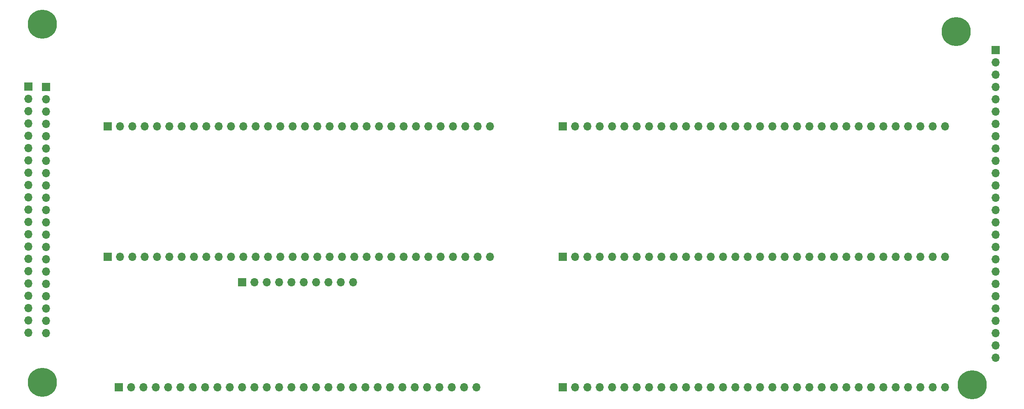
<source format=gbr>
%TF.GenerationSoftware,KiCad,Pcbnew,(5.1.10-1-10_14)*%
%TF.CreationDate,2021-10-11T00:48:47-04:00*%
%TF.ProjectId,backplane,6261636b-706c-4616-9e65-2e6b69636164,rev?*%
%TF.SameCoordinates,Original*%
%TF.FileFunction,Soldermask,Top*%
%TF.FilePolarity,Negative*%
%FSLAX46Y46*%
G04 Gerber Fmt 4.6, Leading zero omitted, Abs format (unit mm)*
G04 Created by KiCad (PCBNEW (5.1.10-1-10_14)) date 2021-10-11 00:48:47*
%MOMM*%
%LPD*%
G01*
G04 APERTURE LIST*
%ADD10O,1.700000X1.700000*%
%ADD11R,1.700000X1.700000*%
%ADD12C,6.000000*%
%ADD13C,0.800000*%
G04 APERTURE END LIST*
D10*
%TO.C,J37*%
X252222000Y-131572000D03*
X252222000Y-129032000D03*
X252222000Y-126492000D03*
X252222000Y-123952000D03*
X252222000Y-121412000D03*
X252222000Y-118872000D03*
X252222000Y-116332000D03*
X252222000Y-113792000D03*
X252222000Y-111252000D03*
X252222000Y-108712000D03*
X252222000Y-106172000D03*
X252222000Y-103632000D03*
X252222000Y-101092000D03*
X252222000Y-98552000D03*
X252222000Y-96012000D03*
X252222000Y-93472000D03*
X252222000Y-90932000D03*
X252222000Y-88392000D03*
X252222000Y-85852000D03*
X252222000Y-83312000D03*
X252222000Y-80772000D03*
X252222000Y-78232000D03*
X252222000Y-75692000D03*
X252222000Y-73152000D03*
X252222000Y-70612000D03*
D11*
X252222000Y-68072000D03*
%TD*%
D12*
%TO.C,REF\u002A\u002A*%
X244094000Y-64262000D03*
D13*
X246344000Y-64262000D03*
X245684990Y-65852990D03*
X244094000Y-66512000D03*
X242503010Y-65852990D03*
X241844000Y-64262000D03*
X242503010Y-62671010D03*
X244094000Y-62012000D03*
X245684990Y-62671010D03*
%TD*%
%TO.C,REF\u002A\u002A*%
X248986990Y-135569010D03*
X247396000Y-134910000D03*
X245805010Y-135569010D03*
X245146000Y-137160000D03*
X245805010Y-138750990D03*
X247396000Y-139410000D03*
X248986990Y-138750990D03*
X249646000Y-137160000D03*
D12*
X247396000Y-137160000D03*
%TD*%
%TO.C,REF\u002A\u002A*%
X55880000Y-136652000D03*
D13*
X58130000Y-136652000D03*
X57470990Y-138242990D03*
X55880000Y-138902000D03*
X54289010Y-138242990D03*
X53630000Y-136652000D03*
X54289010Y-135061010D03*
X55880000Y-134402000D03*
X57470990Y-135061010D03*
%TD*%
%TO.C,REF\u002A\u002A*%
X57470990Y-61147010D03*
X55880000Y-60488000D03*
X54289010Y-61147010D03*
X53630000Y-62738000D03*
X54289010Y-64328990D03*
X55880000Y-64988000D03*
X57470990Y-64328990D03*
X58130000Y-62738000D03*
D12*
X55880000Y-62738000D03*
%TD*%
D10*
%TO.C,J29*%
X53070000Y-126424000D03*
X53070000Y-123884000D03*
X53070000Y-121344000D03*
X53070000Y-118804000D03*
X53070000Y-116264000D03*
X53070000Y-113724000D03*
X53070000Y-111184000D03*
X53070000Y-108644000D03*
X53070000Y-106104000D03*
X53070000Y-103564000D03*
X53070000Y-101024000D03*
X53070000Y-98484000D03*
X53070000Y-95944000D03*
X53070000Y-93404000D03*
X53070000Y-90864000D03*
X53070000Y-88324000D03*
X53070000Y-85784000D03*
X53070000Y-83244000D03*
X53070000Y-80704000D03*
X53070000Y-78164000D03*
D11*
X53070000Y-75624000D03*
%TD*%
D10*
%TO.C,J28*%
X56682000Y-126472000D03*
X56682000Y-123932000D03*
X56682000Y-121392000D03*
X56682000Y-118852000D03*
X56682000Y-116312000D03*
X56682000Y-113772000D03*
X56682000Y-111232000D03*
X56682000Y-108692000D03*
X56682000Y-106152000D03*
X56682000Y-103612000D03*
X56682000Y-101072000D03*
X56682000Y-98532000D03*
X56682000Y-95992000D03*
X56682000Y-93452000D03*
X56682000Y-90912000D03*
X56682000Y-88372000D03*
X56682000Y-85832000D03*
X56682000Y-83292000D03*
X56682000Y-80752000D03*
X56682000Y-78212000D03*
D11*
X56682000Y-75672000D03*
%TD*%
D10*
%TO.C,J27*%
X119944000Y-115980000D03*
X117404000Y-115980000D03*
X114864000Y-115980000D03*
X112324000Y-115980000D03*
X109784000Y-115980000D03*
X107244000Y-115980000D03*
X104704000Y-115980000D03*
X102164000Y-115980000D03*
X99624000Y-115980000D03*
D11*
X97084000Y-115980000D03*
%TD*%
D10*
%TO.C,J30*%
X145288000Y-137668000D03*
X142748000Y-137668000D03*
X140208000Y-137668000D03*
X137668000Y-137668000D03*
X135128000Y-137668000D03*
X132588000Y-137668000D03*
X130048000Y-137668000D03*
X127508000Y-137668000D03*
X124968000Y-137668000D03*
X122428000Y-137668000D03*
X119888000Y-137668000D03*
X117348000Y-137668000D03*
X114808000Y-137668000D03*
X112268000Y-137668000D03*
X109728000Y-137668000D03*
X107188000Y-137668000D03*
X104648000Y-137668000D03*
X102108000Y-137668000D03*
X99568000Y-137668000D03*
X97028000Y-137668000D03*
X94488000Y-137668000D03*
X91948000Y-137668000D03*
X89408000Y-137668000D03*
X86868000Y-137668000D03*
X84328000Y-137668000D03*
X81788000Y-137668000D03*
X79248000Y-137668000D03*
X76708000Y-137668000D03*
X74168000Y-137668000D03*
D11*
X71628000Y-137668000D03*
%TD*%
D10*
%TO.C,J34*%
X148082000Y-110744000D03*
X145542000Y-110744000D03*
X143002000Y-110744000D03*
X140462000Y-110744000D03*
X137922000Y-110744000D03*
X135382000Y-110744000D03*
X132842000Y-110744000D03*
X130302000Y-110744000D03*
X127762000Y-110744000D03*
X125222000Y-110744000D03*
X122682000Y-110744000D03*
X120142000Y-110744000D03*
X117602000Y-110744000D03*
X115062000Y-110744000D03*
X112522000Y-110744000D03*
X109982000Y-110744000D03*
X107442000Y-110744000D03*
X104902000Y-110744000D03*
X102362000Y-110744000D03*
X99822000Y-110744000D03*
X97282000Y-110744000D03*
X94742000Y-110744000D03*
X92202000Y-110744000D03*
X89662000Y-110744000D03*
X87122000Y-110744000D03*
X84582000Y-110744000D03*
X82042000Y-110744000D03*
X79502000Y-110744000D03*
X76962000Y-110744000D03*
X74422000Y-110744000D03*
X71882000Y-110744000D03*
D11*
X69342000Y-110744000D03*
%TD*%
D10*
%TO.C,J35*%
X241808000Y-110744000D03*
X239268000Y-110744000D03*
X236728000Y-110744000D03*
X234188000Y-110744000D03*
X231648000Y-110744000D03*
X229108000Y-110744000D03*
X226568000Y-110744000D03*
X224028000Y-110744000D03*
X221488000Y-110744000D03*
X218948000Y-110744000D03*
X216408000Y-110744000D03*
X213868000Y-110744000D03*
X211328000Y-110744000D03*
X208788000Y-110744000D03*
X206248000Y-110744000D03*
X203708000Y-110744000D03*
X201168000Y-110744000D03*
X198628000Y-110744000D03*
X196088000Y-110744000D03*
X193548000Y-110744000D03*
X191008000Y-110744000D03*
X188468000Y-110744000D03*
X185928000Y-110744000D03*
X183388000Y-110744000D03*
X180848000Y-110744000D03*
X178308000Y-110744000D03*
X175768000Y-110744000D03*
X173228000Y-110744000D03*
X170688000Y-110744000D03*
X168148000Y-110744000D03*
X165608000Y-110744000D03*
D11*
X163068000Y-110744000D03*
%TD*%
D10*
%TO.C,J33*%
X241808000Y-83820000D03*
X239268000Y-83820000D03*
X236728000Y-83820000D03*
X234188000Y-83820000D03*
X231648000Y-83820000D03*
X229108000Y-83820000D03*
X226568000Y-83820000D03*
X224028000Y-83820000D03*
X221488000Y-83820000D03*
X218948000Y-83820000D03*
X216408000Y-83820000D03*
X213868000Y-83820000D03*
X211328000Y-83820000D03*
X208788000Y-83820000D03*
X206248000Y-83820000D03*
X203708000Y-83820000D03*
X201168000Y-83820000D03*
X198628000Y-83820000D03*
X196088000Y-83820000D03*
X193548000Y-83820000D03*
X191008000Y-83820000D03*
X188468000Y-83820000D03*
X185928000Y-83820000D03*
X183388000Y-83820000D03*
X180848000Y-83820000D03*
X178308000Y-83820000D03*
X175768000Y-83820000D03*
X173228000Y-83820000D03*
X170688000Y-83820000D03*
X168148000Y-83820000D03*
X165608000Y-83820000D03*
D11*
X163068000Y-83820000D03*
%TD*%
D10*
%TO.C,J32*%
X148082000Y-83820000D03*
X145542000Y-83820000D03*
X143002000Y-83820000D03*
X140462000Y-83820000D03*
X137922000Y-83820000D03*
X135382000Y-83820000D03*
X132842000Y-83820000D03*
X130302000Y-83820000D03*
X127762000Y-83820000D03*
X125222000Y-83820000D03*
X122682000Y-83820000D03*
X120142000Y-83820000D03*
X117602000Y-83820000D03*
X115062000Y-83820000D03*
X112522000Y-83820000D03*
X109982000Y-83820000D03*
X107442000Y-83820000D03*
X104902000Y-83820000D03*
X102362000Y-83820000D03*
X99822000Y-83820000D03*
X97282000Y-83820000D03*
X94742000Y-83820000D03*
X92202000Y-83820000D03*
X89662000Y-83820000D03*
X87122000Y-83820000D03*
X84582000Y-83820000D03*
X82042000Y-83820000D03*
X79502000Y-83820000D03*
X76962000Y-83820000D03*
X74422000Y-83820000D03*
X71882000Y-83820000D03*
D11*
X69342000Y-83820000D03*
%TD*%
D10*
%TO.C,J36*%
X241808000Y-137668000D03*
X239268000Y-137668000D03*
X236728000Y-137668000D03*
X234188000Y-137668000D03*
X231648000Y-137668000D03*
X229108000Y-137668000D03*
X226568000Y-137668000D03*
X224028000Y-137668000D03*
X221488000Y-137668000D03*
X218948000Y-137668000D03*
X216408000Y-137668000D03*
X213868000Y-137668000D03*
X211328000Y-137668000D03*
X208788000Y-137668000D03*
X206248000Y-137668000D03*
X203708000Y-137668000D03*
X201168000Y-137668000D03*
X198628000Y-137668000D03*
X196088000Y-137668000D03*
X193548000Y-137668000D03*
X191008000Y-137668000D03*
X188468000Y-137668000D03*
X185928000Y-137668000D03*
X183388000Y-137668000D03*
X180848000Y-137668000D03*
X178308000Y-137668000D03*
X175768000Y-137668000D03*
X173228000Y-137668000D03*
X170688000Y-137668000D03*
X168148000Y-137668000D03*
X165608000Y-137668000D03*
D11*
X163068000Y-137668000D03*
%TD*%
M02*

</source>
